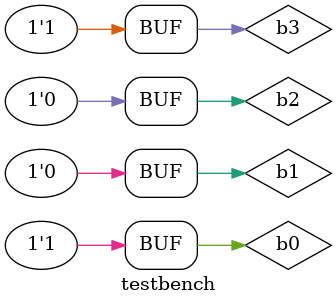
<source format=v>
module bcdtogray_df (b3,b2,b1,b0,g3,g2,g1,g0) ;
	input b0,b1,b2,b3 ;
	output g0,g1,g2,g3 ;
	
	assign g3 = b3 ;
	assign g2 = (b3 & ~b2) | (~b3 & b2) ;
	assign g1 = (b2 & ~b1) | (~b2 & b1) ;
	assign g0 = (b1 & ~b0) | (~b1 & b0) ;
endmodule

module testbench ;
	reg b3,b2,b1,b0 ;
	wire g3,g2,g1,g0 ;
	bcdtogray_df btgdf (b3,b2,b1,b0,g3,g2,g1,g0) ;
	initial
		begin
			$monitor (,$time , " b3=%b, b2=%b, b1=%b, b0=%b, g3=%b, g2=%b, g1=%b, g0=%b" , b3,b2,b1,b0,g3,g2,g1,g0) ;
			#1 b3 = 1'b0 ; b2=1'b0 ; b1 = 1'b0 ; b0 = 1'b0 ;
			#1 b0 = 1'b1 ;
			#1 b1 = 1'b1 ; b0 = 1'b0 ;
			#1 b0 = 1'b1 ;
			#1 b2 = 1'b1 ; b1 = 1'b0 ; b0 = 1'b0 ;
			#1 b0 = 1'b1 ;
			#1 b1 = 1'b1 ; b0 = 1'b0 ;
			#1 b0 = 1'b1 ;
			#1 b2 = 1'b1 ; b1 = 1'b1 ; b0 = 1'b1 ;
			#1 b3 = 1'b1 ; b2=1'b0 ; b1 = 1'b0 ; b0 = 1'b0 ;
			#1 b0 = 1'b1 ;
		end
endmodule
		
		
</source>
